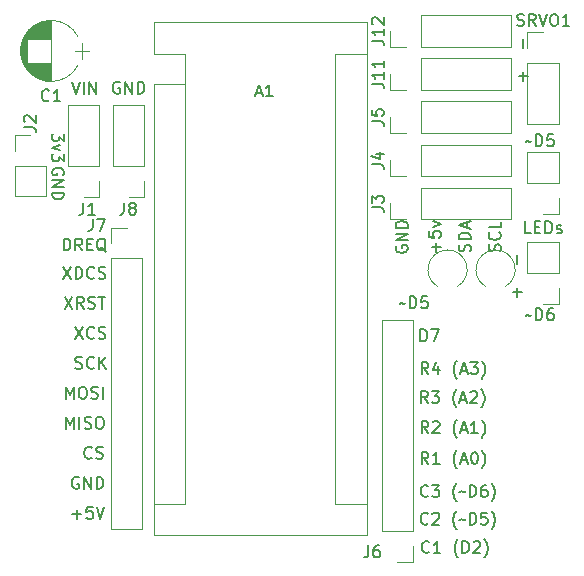
<source format=gbr>
%TF.GenerationSoftware,KiCad,Pcbnew,(5.0.1-3-g963ef8bb5)*%
%TF.CreationDate,2019-05-01T13:18:59-04:00*%
%TF.ProjectId,VHSBase,564853426173652E6B696361645F7063,rev?*%
%TF.SameCoordinates,Original*%
%TF.FileFunction,Legend,Top*%
%TF.FilePolarity,Positive*%
%FSLAX46Y46*%
G04 Gerber Fmt 4.6, Leading zero omitted, Abs format (unit mm)*
G04 Created by KiCad (PCBNEW (5.0.1-3-g963ef8bb5)) date Wednesday, May 01, 2019 at 01:18:59 pm*
%MOMM*%
%LPD*%
G01*
G04 APERTURE LIST*
%ADD10C,0.150000*%
%ADD11C,0.120000*%
G04 APERTURE END LIST*
D10*
X120397904Y-83605428D02*
X120445523Y-83557809D01*
X120540761Y-83510190D01*
X120731238Y-83605428D01*
X120826476Y-83557809D01*
X120874095Y-83510190D01*
X121255047Y-83986380D02*
X121255047Y-82986380D01*
X121493142Y-82986380D01*
X121636000Y-83034000D01*
X121731238Y-83129238D01*
X121778857Y-83224476D01*
X121826476Y-83414952D01*
X121826476Y-83557809D01*
X121778857Y-83748285D01*
X121731238Y-83843523D01*
X121636000Y-83938761D01*
X121493142Y-83986380D01*
X121255047Y-83986380D01*
X122731238Y-82986380D02*
X122255047Y-82986380D01*
X122207428Y-83462571D01*
X122255047Y-83414952D01*
X122350285Y-83367333D01*
X122588380Y-83367333D01*
X122683619Y-83414952D01*
X122731238Y-83462571D01*
X122778857Y-83557809D01*
X122778857Y-83795904D01*
X122731238Y-83891142D01*
X122683619Y-83938761D01*
X122588380Y-83986380D01*
X122350285Y-83986380D01*
X122255047Y-83938761D01*
X122207428Y-83891142D01*
X130851428Y-64721904D02*
X130851428Y-63960000D01*
X131232380Y-64340952D02*
X130470476Y-64340952D01*
X130851428Y-61960000D02*
X130851428Y-61198095D01*
X128898761Y-79136476D02*
X128946380Y-78993619D01*
X128946380Y-78755523D01*
X128898761Y-78660285D01*
X128851142Y-78612666D01*
X128755904Y-78565047D01*
X128660666Y-78565047D01*
X128565428Y-78612666D01*
X128517809Y-78660285D01*
X128470190Y-78755523D01*
X128422571Y-78946000D01*
X128374952Y-79041238D01*
X128327333Y-79088857D01*
X128232095Y-79136476D01*
X128136857Y-79136476D01*
X128041619Y-79088857D01*
X127994000Y-79041238D01*
X127946380Y-78946000D01*
X127946380Y-78707904D01*
X127994000Y-78565047D01*
X128851142Y-77565047D02*
X128898761Y-77612666D01*
X128946380Y-77755523D01*
X128946380Y-77850761D01*
X128898761Y-77993619D01*
X128803523Y-78088857D01*
X128708285Y-78136476D01*
X128517809Y-78184095D01*
X128374952Y-78184095D01*
X128184476Y-78136476D01*
X128089238Y-78088857D01*
X127994000Y-77993619D01*
X127946380Y-77850761D01*
X127946380Y-77755523D01*
X127994000Y-77612666D01*
X128041619Y-77565047D01*
X128946380Y-76660285D02*
X128946380Y-77136476D01*
X127946380Y-77136476D01*
X126358761Y-79160285D02*
X126406380Y-79017428D01*
X126406380Y-78779333D01*
X126358761Y-78684095D01*
X126311142Y-78636476D01*
X126215904Y-78588857D01*
X126120666Y-78588857D01*
X126025428Y-78636476D01*
X125977809Y-78684095D01*
X125930190Y-78779333D01*
X125882571Y-78969809D01*
X125834952Y-79065047D01*
X125787333Y-79112666D01*
X125692095Y-79160285D01*
X125596857Y-79160285D01*
X125501619Y-79112666D01*
X125454000Y-79065047D01*
X125406380Y-78969809D01*
X125406380Y-78731714D01*
X125454000Y-78588857D01*
X126406380Y-78160285D02*
X125406380Y-78160285D01*
X125406380Y-77922190D01*
X125454000Y-77779333D01*
X125549238Y-77684095D01*
X125644476Y-77636476D01*
X125834952Y-77588857D01*
X125977809Y-77588857D01*
X126168285Y-77636476D01*
X126263523Y-77684095D01*
X126358761Y-77779333D01*
X126406380Y-77922190D01*
X126406380Y-78160285D01*
X126120666Y-77207904D02*
X126120666Y-76731714D01*
X126406380Y-77303142D02*
X125406380Y-76969809D01*
X126406380Y-76636476D01*
X123485428Y-79184095D02*
X123485428Y-78422190D01*
X123866380Y-78803142D02*
X123104476Y-78803142D01*
X122866380Y-77469809D02*
X122866380Y-77946000D01*
X123342571Y-77993619D01*
X123294952Y-77946000D01*
X123247333Y-77850761D01*
X123247333Y-77612666D01*
X123294952Y-77517428D01*
X123342571Y-77469809D01*
X123437809Y-77422190D01*
X123675904Y-77422190D01*
X123771142Y-77469809D01*
X123818761Y-77517428D01*
X123866380Y-77612666D01*
X123866380Y-77850761D01*
X123818761Y-77946000D01*
X123771142Y-77993619D01*
X123199714Y-77088857D02*
X123866380Y-76850761D01*
X123199714Y-76612666D01*
X120120000Y-78707904D02*
X120072380Y-78803142D01*
X120072380Y-78946000D01*
X120120000Y-79088857D01*
X120215238Y-79184095D01*
X120310476Y-79231714D01*
X120500952Y-79279333D01*
X120643809Y-79279333D01*
X120834285Y-79231714D01*
X120929523Y-79184095D01*
X121024761Y-79088857D01*
X121072380Y-78946000D01*
X121072380Y-78850761D01*
X121024761Y-78707904D01*
X120977142Y-78660285D01*
X120643809Y-78660285D01*
X120643809Y-78850761D01*
X121072380Y-78231714D02*
X120072380Y-78231714D01*
X121072380Y-77660285D01*
X120072380Y-77660285D01*
X121072380Y-77184095D02*
X120072380Y-77184095D01*
X120072380Y-76946000D01*
X120120000Y-76803142D01*
X120215238Y-76707904D01*
X120310476Y-76660285D01*
X120500952Y-76612666D01*
X120643809Y-76612666D01*
X120834285Y-76660285D01*
X120929523Y-76707904D01*
X121024761Y-76803142D01*
X121072380Y-76946000D01*
X121072380Y-77184095D01*
X122167904Y-86780380D02*
X122167904Y-85780380D01*
X122406000Y-85780380D01*
X122548857Y-85828000D01*
X122644095Y-85923238D01*
X122691714Y-86018476D01*
X122739333Y-86208952D01*
X122739333Y-86351809D01*
X122691714Y-86542285D01*
X122644095Y-86637523D01*
X122548857Y-86732761D01*
X122406000Y-86780380D01*
X122167904Y-86780380D01*
X123072666Y-85780380D02*
X123739333Y-85780380D01*
X123310761Y-86780380D01*
X91922000Y-72670095D02*
X91969619Y-72574857D01*
X91969619Y-72432000D01*
X91922000Y-72289142D01*
X91826761Y-72193904D01*
X91731523Y-72146285D01*
X91541047Y-72098666D01*
X91398190Y-72098666D01*
X91207714Y-72146285D01*
X91112476Y-72193904D01*
X91017238Y-72289142D01*
X90969619Y-72432000D01*
X90969619Y-72527238D01*
X91017238Y-72670095D01*
X91064857Y-72717714D01*
X91398190Y-72717714D01*
X91398190Y-72527238D01*
X90969619Y-73146285D02*
X91969619Y-73146285D01*
X90969619Y-73717714D01*
X91969619Y-73717714D01*
X90969619Y-74193904D02*
X91969619Y-74193904D01*
X91969619Y-74432000D01*
X91922000Y-74574857D01*
X91826761Y-74670095D01*
X91731523Y-74717714D01*
X91541047Y-74765333D01*
X91398190Y-74765333D01*
X91207714Y-74717714D01*
X91112476Y-74670095D01*
X91017238Y-74574857D01*
X90969619Y-74432000D01*
X90969619Y-74193904D01*
X91969619Y-69193523D02*
X91969619Y-69812571D01*
X91588666Y-69479238D01*
X91588666Y-69622095D01*
X91541047Y-69717333D01*
X91493428Y-69764952D01*
X91398190Y-69812571D01*
X91160095Y-69812571D01*
X91064857Y-69764952D01*
X91017238Y-69717333D01*
X90969619Y-69622095D01*
X90969619Y-69336380D01*
X91017238Y-69241142D01*
X91064857Y-69193523D01*
X91636285Y-70145904D02*
X90969619Y-70384000D01*
X91636285Y-70622095D01*
X91969619Y-70907809D02*
X91969619Y-71526857D01*
X91588666Y-71193523D01*
X91588666Y-71336380D01*
X91541047Y-71431619D01*
X91493428Y-71479238D01*
X91398190Y-71526857D01*
X91160095Y-71526857D01*
X91064857Y-71479238D01*
X91017238Y-71431619D01*
X90969619Y-71336380D01*
X90969619Y-71050666D01*
X91017238Y-70955428D01*
X91064857Y-70907809D01*
X92694285Y-101417428D02*
X93456190Y-101417428D01*
X93075238Y-101798380D02*
X93075238Y-101036476D01*
X94408571Y-100798380D02*
X93932380Y-100798380D01*
X93884761Y-101274571D01*
X93932380Y-101226952D01*
X94027619Y-101179333D01*
X94265714Y-101179333D01*
X94360952Y-101226952D01*
X94408571Y-101274571D01*
X94456190Y-101369809D01*
X94456190Y-101607904D01*
X94408571Y-101703142D01*
X94360952Y-101750761D01*
X94265714Y-101798380D01*
X94027619Y-101798380D01*
X93932380Y-101750761D01*
X93884761Y-101703142D01*
X94741904Y-100798380D02*
X95075238Y-101798380D01*
X95408571Y-100798380D01*
X93218095Y-98306000D02*
X93122857Y-98258380D01*
X92980000Y-98258380D01*
X92837142Y-98306000D01*
X92741904Y-98401238D01*
X92694285Y-98496476D01*
X92646666Y-98686952D01*
X92646666Y-98829809D01*
X92694285Y-99020285D01*
X92741904Y-99115523D01*
X92837142Y-99210761D01*
X92980000Y-99258380D01*
X93075238Y-99258380D01*
X93218095Y-99210761D01*
X93265714Y-99163142D01*
X93265714Y-98829809D01*
X93075238Y-98829809D01*
X93694285Y-99258380D02*
X93694285Y-98258380D01*
X94265714Y-99258380D01*
X94265714Y-98258380D01*
X94741904Y-99258380D02*
X94741904Y-98258380D01*
X94980000Y-98258380D01*
X95122857Y-98306000D01*
X95218095Y-98401238D01*
X95265714Y-98496476D01*
X95313333Y-98686952D01*
X95313333Y-98829809D01*
X95265714Y-99020285D01*
X95218095Y-99115523D01*
X95122857Y-99210761D01*
X94980000Y-99258380D01*
X94741904Y-99258380D01*
X94321333Y-96623142D02*
X94273714Y-96670761D01*
X94130857Y-96718380D01*
X94035619Y-96718380D01*
X93892761Y-96670761D01*
X93797523Y-96575523D01*
X93749904Y-96480285D01*
X93702285Y-96289809D01*
X93702285Y-96146952D01*
X93749904Y-95956476D01*
X93797523Y-95861238D01*
X93892761Y-95766000D01*
X94035619Y-95718380D01*
X94130857Y-95718380D01*
X94273714Y-95766000D01*
X94321333Y-95813619D01*
X94702285Y-96670761D02*
X94845142Y-96718380D01*
X95083238Y-96718380D01*
X95178476Y-96670761D01*
X95226095Y-96623142D01*
X95273714Y-96527904D01*
X95273714Y-96432666D01*
X95226095Y-96337428D01*
X95178476Y-96289809D01*
X95083238Y-96242190D01*
X94892761Y-96194571D01*
X94797523Y-96146952D01*
X94749904Y-96099333D01*
X94702285Y-96004095D01*
X94702285Y-95908857D01*
X94749904Y-95813619D01*
X94797523Y-95766000D01*
X94892761Y-95718380D01*
X95130857Y-95718380D01*
X95273714Y-95766000D01*
X92154571Y-94178380D02*
X92154571Y-93178380D01*
X92487904Y-93892666D01*
X92821238Y-93178380D01*
X92821238Y-94178380D01*
X93297428Y-94178380D02*
X93297428Y-93178380D01*
X93726000Y-94130761D02*
X93868857Y-94178380D01*
X94106952Y-94178380D01*
X94202190Y-94130761D01*
X94249809Y-94083142D01*
X94297428Y-93987904D01*
X94297428Y-93892666D01*
X94249809Y-93797428D01*
X94202190Y-93749809D01*
X94106952Y-93702190D01*
X93916476Y-93654571D01*
X93821238Y-93606952D01*
X93773619Y-93559333D01*
X93726000Y-93464095D01*
X93726000Y-93368857D01*
X93773619Y-93273619D01*
X93821238Y-93226000D01*
X93916476Y-93178380D01*
X94154571Y-93178380D01*
X94297428Y-93226000D01*
X94916476Y-93178380D02*
X95106952Y-93178380D01*
X95202190Y-93226000D01*
X95297428Y-93321238D01*
X95345047Y-93511714D01*
X95345047Y-93845047D01*
X95297428Y-94035523D01*
X95202190Y-94130761D01*
X95106952Y-94178380D01*
X94916476Y-94178380D01*
X94821238Y-94130761D01*
X94726000Y-94035523D01*
X94678380Y-93845047D01*
X94678380Y-93511714D01*
X94726000Y-93321238D01*
X94821238Y-93226000D01*
X94916476Y-93178380D01*
X92154571Y-91638380D02*
X92154571Y-90638380D01*
X92487904Y-91352666D01*
X92821238Y-90638380D01*
X92821238Y-91638380D01*
X93487904Y-90638380D02*
X93678380Y-90638380D01*
X93773619Y-90686000D01*
X93868857Y-90781238D01*
X93916476Y-90971714D01*
X93916476Y-91305047D01*
X93868857Y-91495523D01*
X93773619Y-91590761D01*
X93678380Y-91638380D01*
X93487904Y-91638380D01*
X93392666Y-91590761D01*
X93297428Y-91495523D01*
X93249809Y-91305047D01*
X93249809Y-90971714D01*
X93297428Y-90781238D01*
X93392666Y-90686000D01*
X93487904Y-90638380D01*
X94297428Y-91590761D02*
X94440285Y-91638380D01*
X94678380Y-91638380D01*
X94773619Y-91590761D01*
X94821238Y-91543142D01*
X94868857Y-91447904D01*
X94868857Y-91352666D01*
X94821238Y-91257428D01*
X94773619Y-91209809D01*
X94678380Y-91162190D01*
X94487904Y-91114571D01*
X94392666Y-91066952D01*
X94345047Y-91019333D01*
X94297428Y-90924095D01*
X94297428Y-90828857D01*
X94345047Y-90733619D01*
X94392666Y-90686000D01*
X94487904Y-90638380D01*
X94726000Y-90638380D01*
X94868857Y-90686000D01*
X95297428Y-91638380D02*
X95297428Y-90638380D01*
X92948285Y-89050761D02*
X93091142Y-89098380D01*
X93329238Y-89098380D01*
X93424476Y-89050761D01*
X93472095Y-89003142D01*
X93519714Y-88907904D01*
X93519714Y-88812666D01*
X93472095Y-88717428D01*
X93424476Y-88669809D01*
X93329238Y-88622190D01*
X93138761Y-88574571D01*
X93043523Y-88526952D01*
X92995904Y-88479333D01*
X92948285Y-88384095D01*
X92948285Y-88288857D01*
X92995904Y-88193619D01*
X93043523Y-88146000D01*
X93138761Y-88098380D01*
X93376857Y-88098380D01*
X93519714Y-88146000D01*
X94519714Y-89003142D02*
X94472095Y-89050761D01*
X94329238Y-89098380D01*
X94234000Y-89098380D01*
X94091142Y-89050761D01*
X93995904Y-88955523D01*
X93948285Y-88860285D01*
X93900666Y-88669809D01*
X93900666Y-88526952D01*
X93948285Y-88336476D01*
X93995904Y-88241238D01*
X94091142Y-88146000D01*
X94234000Y-88098380D01*
X94329238Y-88098380D01*
X94472095Y-88146000D01*
X94519714Y-88193619D01*
X94948285Y-89098380D02*
X94948285Y-88098380D01*
X95519714Y-89098380D02*
X95091142Y-88526952D01*
X95519714Y-88098380D02*
X94948285Y-88669809D01*
X92924476Y-85558380D02*
X93591142Y-86558380D01*
X93591142Y-85558380D02*
X92924476Y-86558380D01*
X94543523Y-86463142D02*
X94495904Y-86510761D01*
X94353047Y-86558380D01*
X94257809Y-86558380D01*
X94114952Y-86510761D01*
X94019714Y-86415523D01*
X93972095Y-86320285D01*
X93924476Y-86129809D01*
X93924476Y-85986952D01*
X93972095Y-85796476D01*
X94019714Y-85701238D01*
X94114952Y-85606000D01*
X94257809Y-85558380D01*
X94353047Y-85558380D01*
X94495904Y-85606000D01*
X94543523Y-85653619D01*
X94924476Y-86510761D02*
X95067333Y-86558380D01*
X95305428Y-86558380D01*
X95400666Y-86510761D01*
X95448285Y-86463142D01*
X95495904Y-86367904D01*
X95495904Y-86272666D01*
X95448285Y-86177428D01*
X95400666Y-86129809D01*
X95305428Y-86082190D01*
X95114952Y-86034571D01*
X95019714Y-85986952D01*
X94972095Y-85939333D01*
X94924476Y-85844095D01*
X94924476Y-85748857D01*
X94972095Y-85653619D01*
X95019714Y-85606000D01*
X95114952Y-85558380D01*
X95353047Y-85558380D01*
X95495904Y-85606000D01*
X92035523Y-83018380D02*
X92702190Y-84018380D01*
X92702190Y-83018380D02*
X92035523Y-84018380D01*
X93654571Y-84018380D02*
X93321238Y-83542190D01*
X93083142Y-84018380D02*
X93083142Y-83018380D01*
X93464095Y-83018380D01*
X93559333Y-83066000D01*
X93606952Y-83113619D01*
X93654571Y-83208857D01*
X93654571Y-83351714D01*
X93606952Y-83446952D01*
X93559333Y-83494571D01*
X93464095Y-83542190D01*
X93083142Y-83542190D01*
X94035523Y-83970761D02*
X94178380Y-84018380D01*
X94416476Y-84018380D01*
X94511714Y-83970761D01*
X94559333Y-83923142D01*
X94606952Y-83827904D01*
X94606952Y-83732666D01*
X94559333Y-83637428D01*
X94511714Y-83589809D01*
X94416476Y-83542190D01*
X94226000Y-83494571D01*
X94130761Y-83446952D01*
X94083142Y-83399333D01*
X94035523Y-83304095D01*
X94035523Y-83208857D01*
X94083142Y-83113619D01*
X94130761Y-83066000D01*
X94226000Y-83018380D01*
X94464095Y-83018380D01*
X94606952Y-83066000D01*
X94892666Y-83018380D02*
X95464095Y-83018380D01*
X95178380Y-84018380D02*
X95178380Y-83018380D01*
X91916476Y-80478380D02*
X92583142Y-81478380D01*
X92583142Y-80478380D02*
X91916476Y-81478380D01*
X92964095Y-81478380D02*
X92964095Y-80478380D01*
X93202190Y-80478380D01*
X93345047Y-80526000D01*
X93440285Y-80621238D01*
X93487904Y-80716476D01*
X93535523Y-80906952D01*
X93535523Y-81049809D01*
X93487904Y-81240285D01*
X93440285Y-81335523D01*
X93345047Y-81430761D01*
X93202190Y-81478380D01*
X92964095Y-81478380D01*
X94535523Y-81383142D02*
X94487904Y-81430761D01*
X94345047Y-81478380D01*
X94249809Y-81478380D01*
X94106952Y-81430761D01*
X94011714Y-81335523D01*
X93964095Y-81240285D01*
X93916476Y-81049809D01*
X93916476Y-80906952D01*
X93964095Y-80716476D01*
X94011714Y-80621238D01*
X94106952Y-80526000D01*
X94249809Y-80478380D01*
X94345047Y-80478380D01*
X94487904Y-80526000D01*
X94535523Y-80573619D01*
X94916476Y-81430761D02*
X95059333Y-81478380D01*
X95297428Y-81478380D01*
X95392666Y-81430761D01*
X95440285Y-81383142D01*
X95487904Y-81287904D01*
X95487904Y-81192666D01*
X95440285Y-81097428D01*
X95392666Y-81049809D01*
X95297428Y-81002190D01*
X95106952Y-80954571D01*
X95011714Y-80906952D01*
X94964095Y-80859333D01*
X94916476Y-80764095D01*
X94916476Y-80668857D01*
X94964095Y-80573619D01*
X95011714Y-80526000D01*
X95106952Y-80478380D01*
X95345047Y-80478380D01*
X95487904Y-80526000D01*
X91957904Y-79084380D02*
X91957904Y-78084380D01*
X92196000Y-78084380D01*
X92338857Y-78132000D01*
X92434095Y-78227238D01*
X92481714Y-78322476D01*
X92529333Y-78512952D01*
X92529333Y-78655809D01*
X92481714Y-78846285D01*
X92434095Y-78941523D01*
X92338857Y-79036761D01*
X92196000Y-79084380D01*
X91957904Y-79084380D01*
X93529333Y-79084380D02*
X93196000Y-78608190D01*
X92957904Y-79084380D02*
X92957904Y-78084380D01*
X93338857Y-78084380D01*
X93434095Y-78132000D01*
X93481714Y-78179619D01*
X93529333Y-78274857D01*
X93529333Y-78417714D01*
X93481714Y-78512952D01*
X93434095Y-78560571D01*
X93338857Y-78608190D01*
X92957904Y-78608190D01*
X93957904Y-78560571D02*
X94291238Y-78560571D01*
X94434095Y-79084380D02*
X93957904Y-79084380D01*
X93957904Y-78084380D01*
X94434095Y-78084380D01*
X95529333Y-79179619D02*
X95434095Y-79132000D01*
X95338857Y-79036761D01*
X95196000Y-78893904D01*
X95100761Y-78846285D01*
X95005523Y-78846285D01*
X95053142Y-79084380D02*
X94957904Y-79036761D01*
X94862666Y-78941523D01*
X94815047Y-78751047D01*
X94815047Y-78417714D01*
X94862666Y-78227238D01*
X94957904Y-78132000D01*
X95053142Y-78084380D01*
X95243619Y-78084380D01*
X95338857Y-78132000D01*
X95434095Y-78227238D01*
X95481714Y-78417714D01*
X95481714Y-78751047D01*
X95434095Y-78941523D01*
X95338857Y-79036761D01*
X95243619Y-79084380D01*
X95053142Y-79084380D01*
X131065904Y-84621428D02*
X131113523Y-84573809D01*
X131208761Y-84526190D01*
X131399238Y-84621428D01*
X131494476Y-84573809D01*
X131542095Y-84526190D01*
X131923047Y-85002380D02*
X131923047Y-84002380D01*
X132161142Y-84002380D01*
X132304000Y-84050000D01*
X132399238Y-84145238D01*
X132446857Y-84240476D01*
X132494476Y-84430952D01*
X132494476Y-84573809D01*
X132446857Y-84764285D01*
X132399238Y-84859523D01*
X132304000Y-84954761D01*
X132161142Y-85002380D01*
X131923047Y-85002380D01*
X133351619Y-84002380D02*
X133161142Y-84002380D01*
X133065904Y-84050000D01*
X133018285Y-84097619D01*
X132923047Y-84240476D01*
X132875428Y-84430952D01*
X132875428Y-84811904D01*
X132923047Y-84907142D01*
X132970666Y-84954761D01*
X133065904Y-85002380D01*
X133256380Y-85002380D01*
X133351619Y-84954761D01*
X133399238Y-84907142D01*
X133446857Y-84811904D01*
X133446857Y-84573809D01*
X133399238Y-84478571D01*
X133351619Y-84430952D01*
X133256380Y-84383333D01*
X133065904Y-84383333D01*
X132970666Y-84430952D01*
X132923047Y-84478571D01*
X132875428Y-84573809D01*
X131065904Y-69889428D02*
X131113523Y-69841809D01*
X131208761Y-69794190D01*
X131399238Y-69889428D01*
X131494476Y-69841809D01*
X131542095Y-69794190D01*
X131923047Y-70270380D02*
X131923047Y-69270380D01*
X132161142Y-69270380D01*
X132304000Y-69318000D01*
X132399238Y-69413238D01*
X132446857Y-69508476D01*
X132494476Y-69698952D01*
X132494476Y-69841809D01*
X132446857Y-70032285D01*
X132399238Y-70127523D01*
X132304000Y-70222761D01*
X132161142Y-70270380D01*
X131923047Y-70270380D01*
X133399238Y-69270380D02*
X132923047Y-69270380D01*
X132875428Y-69746571D01*
X132923047Y-69698952D01*
X133018285Y-69651333D01*
X133256380Y-69651333D01*
X133351619Y-69698952D01*
X133399238Y-69746571D01*
X133446857Y-69841809D01*
X133446857Y-70079904D01*
X133399238Y-70175142D01*
X133351619Y-70222761D01*
X133256380Y-70270380D01*
X133018285Y-70270380D01*
X132923047Y-70222761D01*
X132875428Y-70175142D01*
X130343428Y-83009904D02*
X130343428Y-82248000D01*
X130724380Y-82628952D02*
X129962476Y-82628952D01*
X130343428Y-80248000D02*
X130343428Y-79486095D01*
X131510380Y-77636380D02*
X131034190Y-77636380D01*
X131034190Y-76636380D01*
X131843714Y-77112571D02*
X132177047Y-77112571D01*
X132319904Y-77636380D02*
X131843714Y-77636380D01*
X131843714Y-76636380D01*
X132319904Y-76636380D01*
X132748476Y-77636380D02*
X132748476Y-76636380D01*
X132986571Y-76636380D01*
X133129428Y-76684000D01*
X133224666Y-76779238D01*
X133272285Y-76874476D01*
X133319904Y-77064952D01*
X133319904Y-77207809D01*
X133272285Y-77398285D01*
X133224666Y-77493523D01*
X133129428Y-77588761D01*
X132986571Y-77636380D01*
X132748476Y-77636380D01*
X133700857Y-77588761D02*
X133796095Y-77636380D01*
X133986571Y-77636380D01*
X134081809Y-77588761D01*
X134129428Y-77493523D01*
X134129428Y-77445904D01*
X134081809Y-77350666D01*
X133986571Y-77303047D01*
X133843714Y-77303047D01*
X133748476Y-77255428D01*
X133700857Y-77160190D01*
X133700857Y-77112571D01*
X133748476Y-77017333D01*
X133843714Y-76969714D01*
X133986571Y-76969714D01*
X134081809Y-77017333D01*
X122830952Y-89552380D02*
X122497619Y-89076190D01*
X122259523Y-89552380D02*
X122259523Y-88552380D01*
X122640476Y-88552380D01*
X122735714Y-88600000D01*
X122783333Y-88647619D01*
X122830952Y-88742857D01*
X122830952Y-88885714D01*
X122783333Y-88980952D01*
X122735714Y-89028571D01*
X122640476Y-89076190D01*
X122259523Y-89076190D01*
X123688095Y-88885714D02*
X123688095Y-89552380D01*
X123450000Y-88504761D02*
X123211904Y-89219047D01*
X123830952Y-89219047D01*
X125259523Y-89933333D02*
X125211904Y-89885714D01*
X125116666Y-89742857D01*
X125069047Y-89647619D01*
X125021428Y-89504761D01*
X124973809Y-89266666D01*
X124973809Y-89076190D01*
X125021428Y-88838095D01*
X125069047Y-88695238D01*
X125116666Y-88600000D01*
X125211904Y-88457142D01*
X125259523Y-88409523D01*
X125592857Y-89266666D02*
X126069047Y-89266666D01*
X125497619Y-89552380D02*
X125830952Y-88552380D01*
X126164285Y-89552380D01*
X126402380Y-88552380D02*
X127021428Y-88552380D01*
X126688095Y-88933333D01*
X126830952Y-88933333D01*
X126926190Y-88980952D01*
X126973809Y-89028571D01*
X127021428Y-89123809D01*
X127021428Y-89361904D01*
X126973809Y-89457142D01*
X126926190Y-89504761D01*
X126830952Y-89552380D01*
X126545238Y-89552380D01*
X126450000Y-89504761D01*
X126402380Y-89457142D01*
X127354761Y-89933333D02*
X127402380Y-89885714D01*
X127497619Y-89742857D01*
X127545238Y-89647619D01*
X127592857Y-89504761D01*
X127640476Y-89266666D01*
X127640476Y-89076190D01*
X127592857Y-88838095D01*
X127545238Y-88695238D01*
X127497619Y-88600000D01*
X127402380Y-88457142D01*
X127354761Y-88409523D01*
X122780952Y-92002380D02*
X122447619Y-91526190D01*
X122209523Y-92002380D02*
X122209523Y-91002380D01*
X122590476Y-91002380D01*
X122685714Y-91050000D01*
X122733333Y-91097619D01*
X122780952Y-91192857D01*
X122780952Y-91335714D01*
X122733333Y-91430952D01*
X122685714Y-91478571D01*
X122590476Y-91526190D01*
X122209523Y-91526190D01*
X123114285Y-91002380D02*
X123733333Y-91002380D01*
X123400000Y-91383333D01*
X123542857Y-91383333D01*
X123638095Y-91430952D01*
X123685714Y-91478571D01*
X123733333Y-91573809D01*
X123733333Y-91811904D01*
X123685714Y-91907142D01*
X123638095Y-91954761D01*
X123542857Y-92002380D01*
X123257142Y-92002380D01*
X123161904Y-91954761D01*
X123114285Y-91907142D01*
X125209523Y-92383333D02*
X125161904Y-92335714D01*
X125066666Y-92192857D01*
X125019047Y-92097619D01*
X124971428Y-91954761D01*
X124923809Y-91716666D01*
X124923809Y-91526190D01*
X124971428Y-91288095D01*
X125019047Y-91145238D01*
X125066666Y-91050000D01*
X125161904Y-90907142D01*
X125209523Y-90859523D01*
X125542857Y-91716666D02*
X126019047Y-91716666D01*
X125447619Y-92002380D02*
X125780952Y-91002380D01*
X126114285Y-92002380D01*
X126400000Y-91097619D02*
X126447619Y-91050000D01*
X126542857Y-91002380D01*
X126780952Y-91002380D01*
X126876190Y-91050000D01*
X126923809Y-91097619D01*
X126971428Y-91192857D01*
X126971428Y-91288095D01*
X126923809Y-91430952D01*
X126352380Y-92002380D01*
X126971428Y-92002380D01*
X127304761Y-92383333D02*
X127352380Y-92335714D01*
X127447619Y-92192857D01*
X127495238Y-92097619D01*
X127542857Y-91954761D01*
X127590476Y-91716666D01*
X127590476Y-91526190D01*
X127542857Y-91288095D01*
X127495238Y-91145238D01*
X127447619Y-91050000D01*
X127352380Y-90907142D01*
X127304761Y-90859523D01*
X122830952Y-94552380D02*
X122497619Y-94076190D01*
X122259523Y-94552380D02*
X122259523Y-93552380D01*
X122640476Y-93552380D01*
X122735714Y-93600000D01*
X122783333Y-93647619D01*
X122830952Y-93742857D01*
X122830952Y-93885714D01*
X122783333Y-93980952D01*
X122735714Y-94028571D01*
X122640476Y-94076190D01*
X122259523Y-94076190D01*
X123211904Y-93647619D02*
X123259523Y-93600000D01*
X123354761Y-93552380D01*
X123592857Y-93552380D01*
X123688095Y-93600000D01*
X123735714Y-93647619D01*
X123783333Y-93742857D01*
X123783333Y-93838095D01*
X123735714Y-93980952D01*
X123164285Y-94552380D01*
X123783333Y-94552380D01*
X125259523Y-94933333D02*
X125211904Y-94885714D01*
X125116666Y-94742857D01*
X125069047Y-94647619D01*
X125021428Y-94504761D01*
X124973809Y-94266666D01*
X124973809Y-94076190D01*
X125021428Y-93838095D01*
X125069047Y-93695238D01*
X125116666Y-93600000D01*
X125211904Y-93457142D01*
X125259523Y-93409523D01*
X125592857Y-94266666D02*
X126069047Y-94266666D01*
X125497619Y-94552380D02*
X125830952Y-93552380D01*
X126164285Y-94552380D01*
X127021428Y-94552380D02*
X126450000Y-94552380D01*
X126735714Y-94552380D02*
X126735714Y-93552380D01*
X126640476Y-93695238D01*
X126545238Y-93790476D01*
X126450000Y-93838095D01*
X127354761Y-94933333D02*
X127402380Y-94885714D01*
X127497619Y-94742857D01*
X127545238Y-94647619D01*
X127592857Y-94504761D01*
X127640476Y-94266666D01*
X127640476Y-94076190D01*
X127592857Y-93838095D01*
X127545238Y-93695238D01*
X127497619Y-93600000D01*
X127402380Y-93457142D01*
X127354761Y-93409523D01*
X122830952Y-97152380D02*
X122497619Y-96676190D01*
X122259523Y-97152380D02*
X122259523Y-96152380D01*
X122640476Y-96152380D01*
X122735714Y-96200000D01*
X122783333Y-96247619D01*
X122830952Y-96342857D01*
X122830952Y-96485714D01*
X122783333Y-96580952D01*
X122735714Y-96628571D01*
X122640476Y-96676190D01*
X122259523Y-96676190D01*
X123783333Y-97152380D02*
X123211904Y-97152380D01*
X123497619Y-97152380D02*
X123497619Y-96152380D01*
X123402380Y-96295238D01*
X123307142Y-96390476D01*
X123211904Y-96438095D01*
X125259523Y-97533333D02*
X125211904Y-97485714D01*
X125116666Y-97342857D01*
X125069047Y-97247619D01*
X125021428Y-97104761D01*
X124973809Y-96866666D01*
X124973809Y-96676190D01*
X125021428Y-96438095D01*
X125069047Y-96295238D01*
X125116666Y-96200000D01*
X125211904Y-96057142D01*
X125259523Y-96009523D01*
X125592857Y-96866666D02*
X126069047Y-96866666D01*
X125497619Y-97152380D02*
X125830952Y-96152380D01*
X126164285Y-97152380D01*
X126688095Y-96152380D02*
X126783333Y-96152380D01*
X126878571Y-96200000D01*
X126926190Y-96247619D01*
X126973809Y-96342857D01*
X127021428Y-96533333D01*
X127021428Y-96771428D01*
X126973809Y-96961904D01*
X126926190Y-97057142D01*
X126878571Y-97104761D01*
X126783333Y-97152380D01*
X126688095Y-97152380D01*
X126592857Y-97104761D01*
X126545238Y-97057142D01*
X126497619Y-96961904D01*
X126450000Y-96771428D01*
X126450000Y-96533333D01*
X126497619Y-96342857D01*
X126545238Y-96247619D01*
X126592857Y-96200000D01*
X126688095Y-96152380D01*
X127354761Y-97533333D02*
X127402380Y-97485714D01*
X127497619Y-97342857D01*
X127545238Y-97247619D01*
X127592857Y-97104761D01*
X127640476Y-96866666D01*
X127640476Y-96676190D01*
X127592857Y-96438095D01*
X127545238Y-96295238D01*
X127497619Y-96200000D01*
X127402380Y-96057142D01*
X127354761Y-96009523D01*
X122802380Y-99857142D02*
X122754761Y-99904761D01*
X122611904Y-99952380D01*
X122516666Y-99952380D01*
X122373809Y-99904761D01*
X122278571Y-99809523D01*
X122230952Y-99714285D01*
X122183333Y-99523809D01*
X122183333Y-99380952D01*
X122230952Y-99190476D01*
X122278571Y-99095238D01*
X122373809Y-99000000D01*
X122516666Y-98952380D01*
X122611904Y-98952380D01*
X122754761Y-99000000D01*
X122802380Y-99047619D01*
X123135714Y-98952380D02*
X123754761Y-98952380D01*
X123421428Y-99333333D01*
X123564285Y-99333333D01*
X123659523Y-99380952D01*
X123707142Y-99428571D01*
X123754761Y-99523809D01*
X123754761Y-99761904D01*
X123707142Y-99857142D01*
X123659523Y-99904761D01*
X123564285Y-99952380D01*
X123278571Y-99952380D01*
X123183333Y-99904761D01*
X123135714Y-99857142D01*
X125230952Y-100333333D02*
X125183333Y-100285714D01*
X125088095Y-100142857D01*
X125040476Y-100047619D01*
X124992857Y-99904761D01*
X124945238Y-99666666D01*
X124945238Y-99476190D01*
X124992857Y-99238095D01*
X125040476Y-99095238D01*
X125088095Y-99000000D01*
X125183333Y-98857142D01*
X125230952Y-98809523D01*
X125469047Y-99571428D02*
X125516666Y-99523809D01*
X125611904Y-99476190D01*
X125802380Y-99571428D01*
X125897619Y-99523809D01*
X125945238Y-99476190D01*
X126326190Y-99952380D02*
X126326190Y-98952380D01*
X126564285Y-98952380D01*
X126707142Y-99000000D01*
X126802380Y-99095238D01*
X126850000Y-99190476D01*
X126897619Y-99380952D01*
X126897619Y-99523809D01*
X126850000Y-99714285D01*
X126802380Y-99809523D01*
X126707142Y-99904761D01*
X126564285Y-99952380D01*
X126326190Y-99952380D01*
X127754761Y-98952380D02*
X127564285Y-98952380D01*
X127469047Y-99000000D01*
X127421428Y-99047619D01*
X127326190Y-99190476D01*
X127278571Y-99380952D01*
X127278571Y-99761904D01*
X127326190Y-99857142D01*
X127373809Y-99904761D01*
X127469047Y-99952380D01*
X127659523Y-99952380D01*
X127754761Y-99904761D01*
X127802380Y-99857142D01*
X127850000Y-99761904D01*
X127850000Y-99523809D01*
X127802380Y-99428571D01*
X127754761Y-99380952D01*
X127659523Y-99333333D01*
X127469047Y-99333333D01*
X127373809Y-99380952D01*
X127326190Y-99428571D01*
X127278571Y-99523809D01*
X128183333Y-100333333D02*
X128230952Y-100285714D01*
X128326190Y-100142857D01*
X128373809Y-100047619D01*
X128421428Y-99904761D01*
X128469047Y-99666666D01*
X128469047Y-99476190D01*
X128421428Y-99238095D01*
X128373809Y-99095238D01*
X128326190Y-99000000D01*
X128230952Y-98857142D01*
X128183333Y-98809523D01*
X122802380Y-102207142D02*
X122754761Y-102254761D01*
X122611904Y-102302380D01*
X122516666Y-102302380D01*
X122373809Y-102254761D01*
X122278571Y-102159523D01*
X122230952Y-102064285D01*
X122183333Y-101873809D01*
X122183333Y-101730952D01*
X122230952Y-101540476D01*
X122278571Y-101445238D01*
X122373809Y-101350000D01*
X122516666Y-101302380D01*
X122611904Y-101302380D01*
X122754761Y-101350000D01*
X122802380Y-101397619D01*
X123183333Y-101397619D02*
X123230952Y-101350000D01*
X123326190Y-101302380D01*
X123564285Y-101302380D01*
X123659523Y-101350000D01*
X123707142Y-101397619D01*
X123754761Y-101492857D01*
X123754761Y-101588095D01*
X123707142Y-101730952D01*
X123135714Y-102302380D01*
X123754761Y-102302380D01*
X125230952Y-102683333D02*
X125183333Y-102635714D01*
X125088095Y-102492857D01*
X125040476Y-102397619D01*
X124992857Y-102254761D01*
X124945238Y-102016666D01*
X124945238Y-101826190D01*
X124992857Y-101588095D01*
X125040476Y-101445238D01*
X125088095Y-101350000D01*
X125183333Y-101207142D01*
X125230952Y-101159523D01*
X125469047Y-101921428D02*
X125516666Y-101873809D01*
X125611904Y-101826190D01*
X125802380Y-101921428D01*
X125897619Y-101873809D01*
X125945238Y-101826190D01*
X126326190Y-102302380D02*
X126326190Y-101302380D01*
X126564285Y-101302380D01*
X126707142Y-101350000D01*
X126802380Y-101445238D01*
X126850000Y-101540476D01*
X126897619Y-101730952D01*
X126897619Y-101873809D01*
X126850000Y-102064285D01*
X126802380Y-102159523D01*
X126707142Y-102254761D01*
X126564285Y-102302380D01*
X126326190Y-102302380D01*
X127802380Y-101302380D02*
X127326190Y-101302380D01*
X127278571Y-101778571D01*
X127326190Y-101730952D01*
X127421428Y-101683333D01*
X127659523Y-101683333D01*
X127754761Y-101730952D01*
X127802380Y-101778571D01*
X127850000Y-101873809D01*
X127850000Y-102111904D01*
X127802380Y-102207142D01*
X127754761Y-102254761D01*
X127659523Y-102302380D01*
X127421428Y-102302380D01*
X127326190Y-102254761D01*
X127278571Y-102207142D01*
X128183333Y-102683333D02*
X128230952Y-102635714D01*
X128326190Y-102492857D01*
X128373809Y-102397619D01*
X128421428Y-102254761D01*
X128469047Y-102016666D01*
X128469047Y-101826190D01*
X128421428Y-101588095D01*
X128373809Y-101445238D01*
X128326190Y-101350000D01*
X128230952Y-101207142D01*
X128183333Y-101159523D01*
X122909523Y-104607142D02*
X122861904Y-104654761D01*
X122719047Y-104702380D01*
X122623809Y-104702380D01*
X122480952Y-104654761D01*
X122385714Y-104559523D01*
X122338095Y-104464285D01*
X122290476Y-104273809D01*
X122290476Y-104130952D01*
X122338095Y-103940476D01*
X122385714Y-103845238D01*
X122480952Y-103750000D01*
X122623809Y-103702380D01*
X122719047Y-103702380D01*
X122861904Y-103750000D01*
X122909523Y-103797619D01*
X123861904Y-104702380D02*
X123290476Y-104702380D01*
X123576190Y-104702380D02*
X123576190Y-103702380D01*
X123480952Y-103845238D01*
X123385714Y-103940476D01*
X123290476Y-103988095D01*
X125338095Y-105083333D02*
X125290476Y-105035714D01*
X125195238Y-104892857D01*
X125147619Y-104797619D01*
X125100000Y-104654761D01*
X125052380Y-104416666D01*
X125052380Y-104226190D01*
X125100000Y-103988095D01*
X125147619Y-103845238D01*
X125195238Y-103750000D01*
X125290476Y-103607142D01*
X125338095Y-103559523D01*
X125719047Y-104702380D02*
X125719047Y-103702380D01*
X125957142Y-103702380D01*
X126100000Y-103750000D01*
X126195238Y-103845238D01*
X126242857Y-103940476D01*
X126290476Y-104130952D01*
X126290476Y-104273809D01*
X126242857Y-104464285D01*
X126195238Y-104559523D01*
X126100000Y-104654761D01*
X125957142Y-104702380D01*
X125719047Y-104702380D01*
X126671428Y-103797619D02*
X126719047Y-103750000D01*
X126814285Y-103702380D01*
X127052380Y-103702380D01*
X127147619Y-103750000D01*
X127195238Y-103797619D01*
X127242857Y-103892857D01*
X127242857Y-103988095D01*
X127195238Y-104130952D01*
X126623809Y-104702380D01*
X127242857Y-104702380D01*
X127576190Y-105083333D02*
X127623809Y-105035714D01*
X127719047Y-104892857D01*
X127766666Y-104797619D01*
X127814285Y-104654761D01*
X127861904Y-104416666D01*
X127861904Y-104226190D01*
X127814285Y-103988095D01*
X127766666Y-103845238D01*
X127719047Y-103750000D01*
X127623809Y-103607142D01*
X127576190Y-103559523D01*
X96688095Y-64850000D02*
X96592857Y-64802380D01*
X96450000Y-64802380D01*
X96307142Y-64850000D01*
X96211904Y-64945238D01*
X96164285Y-65040476D01*
X96116666Y-65230952D01*
X96116666Y-65373809D01*
X96164285Y-65564285D01*
X96211904Y-65659523D01*
X96307142Y-65754761D01*
X96450000Y-65802380D01*
X96545238Y-65802380D01*
X96688095Y-65754761D01*
X96735714Y-65707142D01*
X96735714Y-65373809D01*
X96545238Y-65373809D01*
X97164285Y-65802380D02*
X97164285Y-64802380D01*
X97735714Y-65802380D01*
X97735714Y-64802380D01*
X98211904Y-65802380D02*
X98211904Y-64802380D01*
X98450000Y-64802380D01*
X98592857Y-64850000D01*
X98688095Y-64945238D01*
X98735714Y-65040476D01*
X98783333Y-65230952D01*
X98783333Y-65373809D01*
X98735714Y-65564285D01*
X98688095Y-65659523D01*
X98592857Y-65754761D01*
X98450000Y-65802380D01*
X98211904Y-65802380D01*
X92654761Y-64852380D02*
X92988095Y-65852380D01*
X93321428Y-64852380D01*
X93654761Y-65852380D02*
X93654761Y-64852380D01*
X94130952Y-65852380D02*
X94130952Y-64852380D01*
X94702380Y-65852380D01*
X94702380Y-64852380D01*
D11*
X117615000Y-59755000D02*
X99575000Y-59755000D01*
X117615000Y-103195000D02*
X117615000Y-59755000D01*
X99575000Y-103195000D02*
X117615000Y-103195000D01*
X102245000Y-100525000D02*
X99575000Y-100525000D01*
X102245000Y-64965000D02*
X102245000Y-100525000D01*
X102245000Y-64965000D02*
X99575000Y-64965000D01*
X114945000Y-100525000D02*
X117615000Y-100525000D01*
X114945000Y-62425000D02*
X114945000Y-100525000D01*
X114945000Y-62425000D02*
X117615000Y-62425000D01*
X99575000Y-59755000D02*
X99575000Y-62425000D01*
X99575000Y-64965000D02*
X99575000Y-103195000D01*
X102245000Y-62425000D02*
X99575000Y-62425000D01*
X102245000Y-64965000D02*
X102245000Y-62425000D01*
X95952000Y-77156000D02*
X97282000Y-77156000D01*
X95952000Y-78486000D02*
X95952000Y-77156000D01*
X95952000Y-79756000D02*
X98612000Y-79756000D01*
X98612000Y-79756000D02*
X98612000Y-102676000D01*
X95952000Y-79756000D02*
X95952000Y-102676000D01*
X95952000Y-102676000D02*
X98612000Y-102676000D01*
X94976000Y-74526000D02*
X93646000Y-74526000D01*
X94976000Y-73196000D02*
X94976000Y-74526000D01*
X94976000Y-71926000D02*
X92316000Y-71926000D01*
X92316000Y-71926000D02*
X92316000Y-66786000D01*
X94976000Y-71926000D02*
X94976000Y-66786000D01*
X94976000Y-66786000D02*
X92316000Y-66786000D01*
X98786000Y-74526000D02*
X97456000Y-74526000D01*
X98786000Y-73196000D02*
X98786000Y-74526000D01*
X98786000Y-71926000D02*
X96126000Y-71926000D01*
X96126000Y-71926000D02*
X96126000Y-66786000D01*
X98786000Y-71926000D02*
X98786000Y-66786000D01*
X98786000Y-66786000D02*
X96126000Y-66786000D01*
X133888000Y-75974000D02*
X132558000Y-75974000D01*
X133888000Y-74644000D02*
X133888000Y-75974000D01*
X133888000Y-73374000D02*
X131228000Y-73374000D01*
X131228000Y-73374000D02*
X131228000Y-70774000D01*
X133888000Y-73374000D02*
X133888000Y-70774000D01*
X133888000Y-70774000D02*
X131228000Y-70774000D01*
X133888000Y-78394000D02*
X131228000Y-78394000D01*
X133888000Y-80994000D02*
X133888000Y-78394000D01*
X131228000Y-80994000D02*
X131228000Y-78394000D01*
X133888000Y-80994000D02*
X131228000Y-80994000D01*
X133888000Y-82264000D02*
X133888000Y-83594000D01*
X133888000Y-83594000D02*
X132558000Y-83594000D01*
X127726578Y-82164828D02*
G75*
G02X129326000Y-82164510I799422J1454828D01*
G01*
X123662578Y-82164828D02*
G75*
G02X125262000Y-82164510I799422J1454828D01*
G01*
X87806000Y-69308000D02*
X89136000Y-69308000D01*
X87806000Y-70638000D02*
X87806000Y-69308000D01*
X87806000Y-71908000D02*
X90466000Y-71908000D01*
X90466000Y-71908000D02*
X90466000Y-74508000D01*
X87806000Y-71908000D02*
X87806000Y-74508000D01*
X87806000Y-74508000D02*
X90466000Y-74508000D01*
X93486000Y-62848000D02*
X93486000Y-61548000D01*
X94086000Y-62198000D02*
X92886000Y-62198000D01*
X88325000Y-62552000D02*
X88325000Y-61844000D01*
X88365000Y-62757000D02*
X88365000Y-61639000D01*
X88405000Y-62905000D02*
X88405000Y-61491000D01*
X88445000Y-63027000D02*
X88445000Y-61369000D01*
X88485000Y-63132000D02*
X88485000Y-61264000D01*
X88525000Y-63226000D02*
X88525000Y-61170000D01*
X88565000Y-63310000D02*
X88565000Y-61086000D01*
X88605000Y-63387000D02*
X88605000Y-61009000D01*
X88645000Y-63459000D02*
X88645000Y-60937000D01*
X88685000Y-63525000D02*
X88685000Y-60871000D01*
X88725000Y-63588000D02*
X88725000Y-60808000D01*
X88765000Y-63646000D02*
X88765000Y-60750000D01*
X88805000Y-63702000D02*
X88805000Y-60694000D01*
X88845000Y-63754000D02*
X88845000Y-60642000D01*
X88885000Y-63804000D02*
X88885000Y-60592000D01*
X88925000Y-61218000D02*
X88925000Y-60544000D01*
X88925000Y-63852000D02*
X88925000Y-63178000D01*
X88965000Y-61218000D02*
X88965000Y-60499000D01*
X88965000Y-63897000D02*
X88965000Y-63178000D01*
X89005000Y-61218000D02*
X89005000Y-60456000D01*
X89005000Y-63940000D02*
X89005000Y-63178000D01*
X89045000Y-61218000D02*
X89045000Y-60415000D01*
X89045000Y-63981000D02*
X89045000Y-63178000D01*
X89085000Y-61218000D02*
X89085000Y-60375000D01*
X89085000Y-64021000D02*
X89085000Y-63178000D01*
X89125000Y-61218000D02*
X89125000Y-60337000D01*
X89125000Y-64059000D02*
X89125000Y-63178000D01*
X89165000Y-61218000D02*
X89165000Y-60301000D01*
X89165000Y-64095000D02*
X89165000Y-63178000D01*
X89205000Y-61218000D02*
X89205000Y-60266000D01*
X89205000Y-64130000D02*
X89205000Y-63178000D01*
X89245000Y-61218000D02*
X89245000Y-60233000D01*
X89245000Y-64163000D02*
X89245000Y-63178000D01*
X89285000Y-61218000D02*
X89285000Y-60201000D01*
X89285000Y-64195000D02*
X89285000Y-63178000D01*
X89325000Y-61218000D02*
X89325000Y-60170000D01*
X89325000Y-64226000D02*
X89325000Y-63178000D01*
X89365000Y-61218000D02*
X89365000Y-60140000D01*
X89365000Y-64256000D02*
X89365000Y-63178000D01*
X89405000Y-61218000D02*
X89405000Y-60112000D01*
X89405000Y-64284000D02*
X89405000Y-63178000D01*
X89445000Y-61218000D02*
X89445000Y-60085000D01*
X89445000Y-64311000D02*
X89445000Y-63178000D01*
X89485000Y-61218000D02*
X89485000Y-60058000D01*
X89485000Y-64338000D02*
X89485000Y-63178000D01*
X89525000Y-61218000D02*
X89525000Y-60033000D01*
X89525000Y-64363000D02*
X89525000Y-63178000D01*
X89565000Y-61218000D02*
X89565000Y-60009000D01*
X89565000Y-64387000D02*
X89565000Y-63178000D01*
X89605000Y-61218000D02*
X89605000Y-59986000D01*
X89605000Y-64410000D02*
X89605000Y-63178000D01*
X89645000Y-61218000D02*
X89645000Y-59964000D01*
X89645000Y-64432000D02*
X89645000Y-63178000D01*
X89685000Y-61218000D02*
X89685000Y-59942000D01*
X89685000Y-64454000D02*
X89685000Y-63178000D01*
X89725000Y-61218000D02*
X89725000Y-59922000D01*
X89725000Y-64474000D02*
X89725000Y-63178000D01*
X89765000Y-61218000D02*
X89765000Y-59902000D01*
X89765000Y-64494000D02*
X89765000Y-63178000D01*
X89805000Y-61218000D02*
X89805000Y-59883000D01*
X89805000Y-64513000D02*
X89805000Y-63178000D01*
X89845000Y-61218000D02*
X89845000Y-59865000D01*
X89845000Y-64531000D02*
X89845000Y-63178000D01*
X89885000Y-61218000D02*
X89885000Y-59848000D01*
X89885000Y-64548000D02*
X89885000Y-63178000D01*
X89925000Y-61218000D02*
X89925000Y-59832000D01*
X89925000Y-64564000D02*
X89925000Y-63178000D01*
X89965000Y-61218000D02*
X89965000Y-59816000D01*
X89965000Y-64580000D02*
X89965000Y-63178000D01*
X90005000Y-61218000D02*
X90005000Y-59802000D01*
X90005000Y-64594000D02*
X90005000Y-63178000D01*
X90045000Y-61218000D02*
X90045000Y-59788000D01*
X90045000Y-64608000D02*
X90045000Y-63178000D01*
X90085000Y-61218000D02*
X90085000Y-59774000D01*
X90085000Y-64622000D02*
X90085000Y-63178000D01*
X90125000Y-61218000D02*
X90125000Y-59762000D01*
X90125000Y-64634000D02*
X90125000Y-63178000D01*
X90165000Y-61218000D02*
X90165000Y-59750000D01*
X90165000Y-64646000D02*
X90165000Y-63178000D01*
X90206000Y-61218000D02*
X90206000Y-59738000D01*
X90206000Y-64658000D02*
X90206000Y-63178000D01*
X90246000Y-61218000D02*
X90246000Y-59728000D01*
X90246000Y-64668000D02*
X90246000Y-63178000D01*
X90286000Y-61218000D02*
X90286000Y-59718000D01*
X90286000Y-64678000D02*
X90286000Y-63178000D01*
X90326000Y-61218000D02*
X90326000Y-59709000D01*
X90326000Y-64687000D02*
X90326000Y-63178000D01*
X90366000Y-61218000D02*
X90366000Y-59700000D01*
X90366000Y-64696000D02*
X90366000Y-63178000D01*
X90406000Y-61218000D02*
X90406000Y-59692000D01*
X90406000Y-64704000D02*
X90406000Y-63178000D01*
X90446000Y-61218000D02*
X90446000Y-59685000D01*
X90446000Y-64711000D02*
X90446000Y-63178000D01*
X90486000Y-61218000D02*
X90486000Y-59679000D01*
X90486000Y-64717000D02*
X90486000Y-63178000D01*
X90526000Y-61218000D02*
X90526000Y-59673000D01*
X90526000Y-64723000D02*
X90526000Y-63178000D01*
X90566000Y-61218000D02*
X90566000Y-59667000D01*
X90566000Y-64729000D02*
X90566000Y-63178000D01*
X90606000Y-61218000D02*
X90606000Y-59663000D01*
X90606000Y-64733000D02*
X90606000Y-63178000D01*
X90646000Y-61218000D02*
X90646000Y-59659000D01*
X90646000Y-64737000D02*
X90646000Y-63178000D01*
X90686000Y-61218000D02*
X90686000Y-59655000D01*
X90686000Y-64741000D02*
X90686000Y-63178000D01*
X90726000Y-61218000D02*
X90726000Y-59652000D01*
X90726000Y-64744000D02*
X90726000Y-63178000D01*
X90766000Y-61218000D02*
X90766000Y-59650000D01*
X90766000Y-64746000D02*
X90766000Y-63178000D01*
X90806000Y-61218000D02*
X90806000Y-59649000D01*
X90806000Y-64747000D02*
X90806000Y-63178000D01*
X90846000Y-61218000D02*
X90846000Y-59648000D01*
X90846000Y-64748000D02*
X90846000Y-63178000D01*
X90886000Y-64748000D02*
X90886000Y-59648000D01*
X88580278Y-61018277D02*
G75*
G03X88580420Y-63378000I2305722J-1179723D01*
G01*
X88580278Y-61018277D02*
G75*
G02X93191580Y-61018000I2305722J-1179723D01*
G01*
X88580278Y-63377723D02*
G75*
G03X93191580Y-63378000I2305722J1179723D01*
G01*
X119591000Y-76435000D02*
X119591000Y-75105000D01*
X120921000Y-76435000D02*
X119591000Y-76435000D01*
X122191000Y-76435000D02*
X122191000Y-73775000D01*
X122191000Y-73775000D02*
X129871000Y-73775000D01*
X122191000Y-76435000D02*
X129871000Y-76435000D01*
X129871000Y-76435000D02*
X129871000Y-73775000D01*
X119591000Y-72785000D02*
X119591000Y-71455000D01*
X120921000Y-72785000D02*
X119591000Y-72785000D01*
X122191000Y-72785000D02*
X122191000Y-70125000D01*
X122191000Y-70125000D02*
X129871000Y-70125000D01*
X122191000Y-72785000D02*
X129871000Y-72785000D01*
X129871000Y-72785000D02*
X129871000Y-70125000D01*
X129871000Y-69135000D02*
X129871000Y-66475000D01*
X122191000Y-69135000D02*
X129871000Y-69135000D01*
X122191000Y-66475000D02*
X129871000Y-66475000D01*
X122191000Y-69135000D02*
X122191000Y-66475000D01*
X120921000Y-69135000D02*
X119591000Y-69135000D01*
X119591000Y-69135000D02*
X119591000Y-67805000D01*
X121530000Y-105430000D02*
X120200000Y-105430000D01*
X121530000Y-104100000D02*
X121530000Y-105430000D01*
X121530000Y-102830000D02*
X118870000Y-102830000D01*
X118870000Y-102830000D02*
X118870000Y-84990000D01*
X121530000Y-102830000D02*
X121530000Y-84990000D01*
X121530000Y-84990000D02*
X118870000Y-84990000D01*
X119591000Y-65485000D02*
X119591000Y-64155000D01*
X120921000Y-65485000D02*
X119591000Y-65485000D01*
X122191000Y-65485000D02*
X122191000Y-62825000D01*
X122191000Y-62825000D02*
X129871000Y-62825000D01*
X122191000Y-65485000D02*
X129871000Y-65485000D01*
X129871000Y-65485000D02*
X129871000Y-62825000D01*
X129871000Y-61835000D02*
X129871000Y-59175000D01*
X122191000Y-61835000D02*
X129871000Y-61835000D01*
X122191000Y-59175000D02*
X129871000Y-59175000D01*
X122191000Y-61835000D02*
X122191000Y-59175000D01*
X120921000Y-61835000D02*
X119591000Y-61835000D01*
X119591000Y-61835000D02*
X119591000Y-60505000D01*
X131228000Y-60614000D02*
X132558000Y-60614000D01*
X131228000Y-61944000D02*
X131228000Y-60614000D01*
X131228000Y-63214000D02*
X133888000Y-63214000D01*
X133888000Y-63214000D02*
X133888000Y-68354000D01*
X131228000Y-63214000D02*
X131228000Y-68354000D01*
X131228000Y-68354000D02*
X133888000Y-68354000D01*
D10*
X108235713Y-65766665D02*
X108711903Y-65766665D01*
X108140475Y-66052379D02*
X108473808Y-65052379D01*
X108807141Y-66052379D01*
X109664284Y-66052379D02*
X109092856Y-66052379D01*
X109378570Y-66052379D02*
X109378570Y-65052379D01*
X109283332Y-65195237D01*
X109188094Y-65290475D01*
X109092856Y-65338094D01*
X94408666Y-76414380D02*
X94408666Y-77128666D01*
X94361047Y-77271523D01*
X94265809Y-77366761D01*
X94122952Y-77414380D01*
X94027714Y-77414380D01*
X94789619Y-76414380D02*
X95456285Y-76414380D01*
X95027714Y-77414380D01*
X93616666Y-75052380D02*
X93616666Y-75766666D01*
X93569047Y-75909523D01*
X93473809Y-76004761D01*
X93330952Y-76052380D01*
X93235714Y-76052380D01*
X94616666Y-76052380D02*
X94045238Y-76052380D01*
X94330952Y-76052380D02*
X94330952Y-75052380D01*
X94235714Y-75195238D01*
X94140476Y-75290476D01*
X94045238Y-75338095D01*
X97066666Y-75052380D02*
X97066666Y-75766666D01*
X97019047Y-75909523D01*
X96923809Y-76004761D01*
X96780952Y-76052380D01*
X96685714Y-76052380D01*
X97685714Y-75480952D02*
X97590476Y-75433333D01*
X97542857Y-75385714D01*
X97495238Y-75290476D01*
X97495238Y-75242857D01*
X97542857Y-75147619D01*
X97590476Y-75100000D01*
X97685714Y-75052380D01*
X97876190Y-75052380D01*
X97971428Y-75100000D01*
X98019047Y-75147619D01*
X98066666Y-75242857D01*
X98066666Y-75290476D01*
X98019047Y-75385714D01*
X97971428Y-75433333D01*
X97876190Y-75480952D01*
X97685714Y-75480952D01*
X97590476Y-75528571D01*
X97542857Y-75576190D01*
X97495238Y-75671428D01*
X97495238Y-75861904D01*
X97542857Y-75957142D01*
X97590476Y-76004761D01*
X97685714Y-76052380D01*
X97876190Y-76052380D01*
X97971428Y-76004761D01*
X98019047Y-75957142D01*
X98066666Y-75861904D01*
X98066666Y-75671428D01*
X98019047Y-75576190D01*
X97971428Y-75528571D01*
X97876190Y-75480952D01*
X88588380Y-68641333D02*
X89302666Y-68641333D01*
X89445523Y-68688952D01*
X89540761Y-68784190D01*
X89588380Y-68927047D01*
X89588380Y-69022285D01*
X88683619Y-68212761D02*
X88636000Y-68165142D01*
X88588380Y-68069904D01*
X88588380Y-67831809D01*
X88636000Y-67736571D01*
X88683619Y-67688952D01*
X88778857Y-67641333D01*
X88874095Y-67641333D01*
X89016952Y-67688952D01*
X89588380Y-68260380D01*
X89588380Y-67641333D01*
X90719333Y-66365142D02*
X90671714Y-66412761D01*
X90528857Y-66460380D01*
X90433619Y-66460380D01*
X90290761Y-66412761D01*
X90195523Y-66317523D01*
X90147904Y-66222285D01*
X90100285Y-66031809D01*
X90100285Y-65888952D01*
X90147904Y-65698476D01*
X90195523Y-65603238D01*
X90290761Y-65508000D01*
X90433619Y-65460380D01*
X90528857Y-65460380D01*
X90671714Y-65508000D01*
X90719333Y-65555619D01*
X91671714Y-66460380D02*
X91100285Y-66460380D01*
X91386000Y-66460380D02*
X91386000Y-65460380D01*
X91290761Y-65603238D01*
X91195523Y-65698476D01*
X91100285Y-65746095D01*
X118043380Y-75438333D02*
X118757666Y-75438333D01*
X118900523Y-75485952D01*
X118995761Y-75581190D01*
X119043380Y-75724047D01*
X119043380Y-75819285D01*
X118043380Y-75057380D02*
X118043380Y-74438333D01*
X118424333Y-74771666D01*
X118424333Y-74628809D01*
X118471952Y-74533571D01*
X118519571Y-74485952D01*
X118614809Y-74438333D01*
X118852904Y-74438333D01*
X118948142Y-74485952D01*
X118995761Y-74533571D01*
X119043380Y-74628809D01*
X119043380Y-74914523D01*
X118995761Y-75009761D01*
X118948142Y-75057380D01*
X118043380Y-71788333D02*
X118757666Y-71788333D01*
X118900523Y-71835952D01*
X118995761Y-71931190D01*
X119043380Y-72074047D01*
X119043380Y-72169285D01*
X118376714Y-70883571D02*
X119043380Y-70883571D01*
X117995761Y-71121666D02*
X118710047Y-71359761D01*
X118710047Y-70740714D01*
X118043380Y-68138333D02*
X118757666Y-68138333D01*
X118900523Y-68185952D01*
X118995761Y-68281190D01*
X119043380Y-68424047D01*
X119043380Y-68519285D01*
X118043380Y-67185952D02*
X118043380Y-67662142D01*
X118519571Y-67709761D01*
X118471952Y-67662142D01*
X118424333Y-67566904D01*
X118424333Y-67328809D01*
X118471952Y-67233571D01*
X118519571Y-67185952D01*
X118614809Y-67138333D01*
X118852904Y-67138333D01*
X118948142Y-67185952D01*
X118995761Y-67233571D01*
X119043380Y-67328809D01*
X119043380Y-67566904D01*
X118995761Y-67662142D01*
X118948142Y-67709761D01*
X117746666Y-104068380D02*
X117746666Y-104782666D01*
X117699047Y-104925523D01*
X117603809Y-105020761D01*
X117460952Y-105068380D01*
X117365714Y-105068380D01*
X118651428Y-104068380D02*
X118460952Y-104068380D01*
X118365714Y-104116000D01*
X118318095Y-104163619D01*
X118222857Y-104306476D01*
X118175238Y-104496952D01*
X118175238Y-104877904D01*
X118222857Y-104973142D01*
X118270476Y-105020761D01*
X118365714Y-105068380D01*
X118556190Y-105068380D01*
X118651428Y-105020761D01*
X118699047Y-104973142D01*
X118746666Y-104877904D01*
X118746666Y-104639809D01*
X118699047Y-104544571D01*
X118651428Y-104496952D01*
X118556190Y-104449333D01*
X118365714Y-104449333D01*
X118270476Y-104496952D01*
X118222857Y-104544571D01*
X118175238Y-104639809D01*
X118043380Y-64964523D02*
X118757666Y-64964523D01*
X118900523Y-65012142D01*
X118995761Y-65107380D01*
X119043380Y-65250238D01*
X119043380Y-65345476D01*
X119043380Y-63964523D02*
X119043380Y-64535952D01*
X119043380Y-64250238D02*
X118043380Y-64250238D01*
X118186238Y-64345476D01*
X118281476Y-64440714D01*
X118329095Y-64535952D01*
X119043380Y-63012142D02*
X119043380Y-63583571D01*
X119043380Y-63297857D02*
X118043380Y-63297857D01*
X118186238Y-63393095D01*
X118281476Y-63488333D01*
X118329095Y-63583571D01*
X118043380Y-61314523D02*
X118757666Y-61314523D01*
X118900523Y-61362142D01*
X118995761Y-61457380D01*
X119043380Y-61600238D01*
X119043380Y-61695476D01*
X119043380Y-60314523D02*
X119043380Y-60885952D01*
X119043380Y-60600238D02*
X118043380Y-60600238D01*
X118186238Y-60695476D01*
X118281476Y-60790714D01*
X118329095Y-60885952D01*
X118138619Y-59933571D02*
X118091000Y-59885952D01*
X118043380Y-59790714D01*
X118043380Y-59552619D01*
X118091000Y-59457380D01*
X118138619Y-59409761D01*
X118233857Y-59362142D01*
X118329095Y-59362142D01*
X118471952Y-59409761D01*
X119043380Y-59981190D01*
X119043380Y-59362142D01*
X130343714Y-60018761D02*
X130486571Y-60066380D01*
X130724666Y-60066380D01*
X130819904Y-60018761D01*
X130867523Y-59971142D01*
X130915142Y-59875904D01*
X130915142Y-59780666D01*
X130867523Y-59685428D01*
X130819904Y-59637809D01*
X130724666Y-59590190D01*
X130534190Y-59542571D01*
X130438952Y-59494952D01*
X130391333Y-59447333D01*
X130343714Y-59352095D01*
X130343714Y-59256857D01*
X130391333Y-59161619D01*
X130438952Y-59114000D01*
X130534190Y-59066380D01*
X130772285Y-59066380D01*
X130915142Y-59114000D01*
X131915142Y-60066380D02*
X131581809Y-59590190D01*
X131343714Y-60066380D02*
X131343714Y-59066380D01*
X131724666Y-59066380D01*
X131819904Y-59114000D01*
X131867523Y-59161619D01*
X131915142Y-59256857D01*
X131915142Y-59399714D01*
X131867523Y-59494952D01*
X131819904Y-59542571D01*
X131724666Y-59590190D01*
X131343714Y-59590190D01*
X132200857Y-59066380D02*
X132534190Y-60066380D01*
X132867523Y-59066380D01*
X133391333Y-59066380D02*
X133581809Y-59066380D01*
X133677047Y-59114000D01*
X133772285Y-59209238D01*
X133819904Y-59399714D01*
X133819904Y-59733047D01*
X133772285Y-59923523D01*
X133677047Y-60018761D01*
X133581809Y-60066380D01*
X133391333Y-60066380D01*
X133296095Y-60018761D01*
X133200857Y-59923523D01*
X133153238Y-59733047D01*
X133153238Y-59399714D01*
X133200857Y-59209238D01*
X133296095Y-59114000D01*
X133391333Y-59066380D01*
X134772285Y-60066380D02*
X134200857Y-60066380D01*
X134486571Y-60066380D02*
X134486571Y-59066380D01*
X134391333Y-59209238D01*
X134296095Y-59304476D01*
X134200857Y-59352095D01*
M02*

</source>
